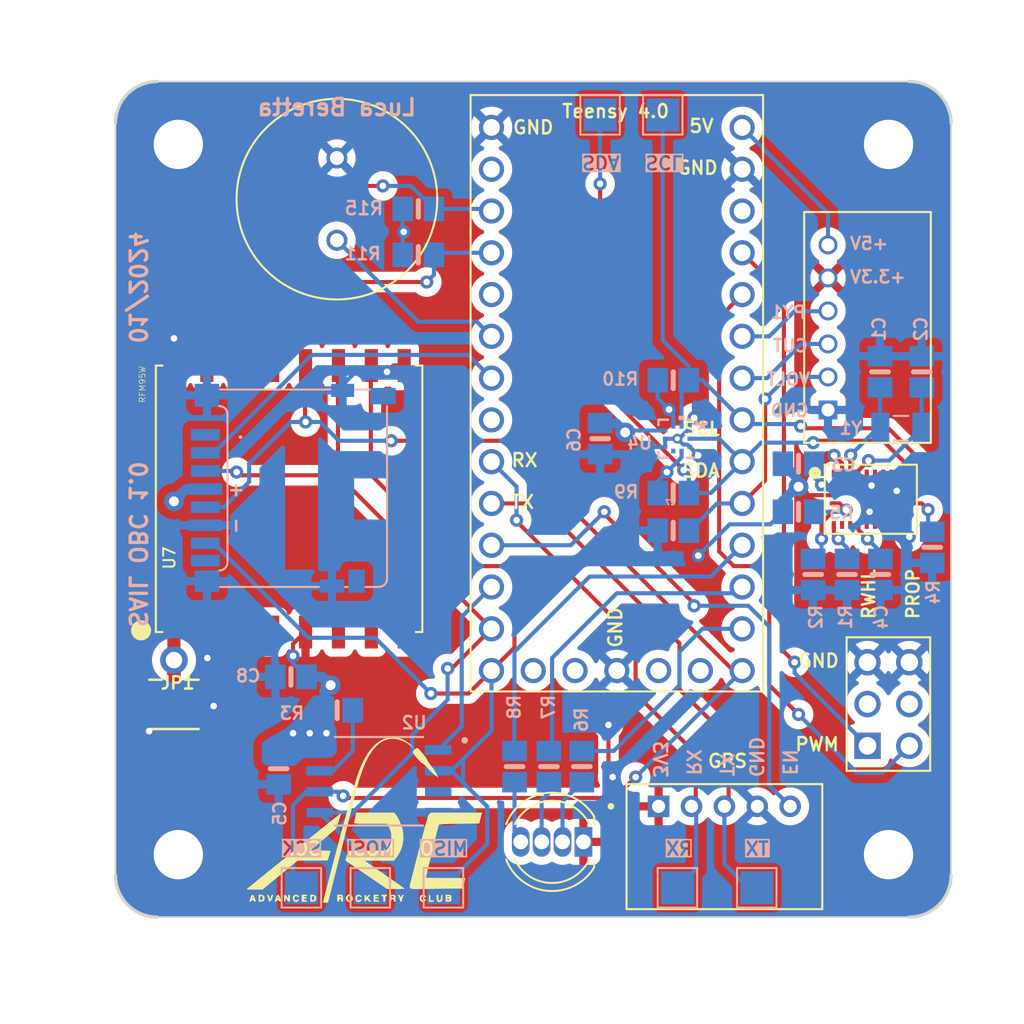
<source format=kicad_pcb>
(kicad_pcb (version 20221018) (generator pcbnew)
  (layers (0 "F.Cu" signal) (31 "B.Cu" signal) (34 "B.Paste" user) (35 "F.Paste" user) (36 "B.SilkS" user "B.Silkscreen") (37 "F.SilkS" user "F.Silkscreen") (38 "B.Mask" user) (39 "F.Mask" user) (44 "Edge.Cuts" user))
  (net 0 "")
  (net 1 "/BUZZER")
  (net 2 "Net-(U3-XIN32)")
  (net 3 "Net-(U3-XOUT32)")
  (net 4 "+3.3V")
  (net 5 "Net-(U3-CAP)")
  (net 6 "/SDA")
  (net 7 "Net-(U7-ANT)")
  (net 8 "/SCL")
  (net 9 "/MISO")
  (net 10 "/MOSI")
  (net 11 "/SCK")
  (net 12 "/PY1")
  (net 13 "/LEDRED")
  (net 14 "/LEDBLU")
  (net 15 "/LEDGRN")
  (net 16 "/VOLTAGE")
  (net 18 "/FLASH-CS")
  (net 19 "/RADIO_RST")
  (net 20 "/RADIO-CS")
  (net 21 "/TX")
  (net 22 "/RX")
  (net 24 "Net-(D1-RED)")
  (net 25 "Net-(D1-BLU)")
  (net 26 "Net-(D1-GRN)")
  (net 27 "Net-(U3-PS0)")
  (net 28 "Net-(U3-PS1)")
  (net 29 "Net-(U2-HOLD(IO3))")
  (net 30 "Net-(U3-COM3{slash}I2C_ADDR)")
  (net 31 "Net-(U3-NBOOT_LOAD_PIN)")
  (net 33 "/RWHEEL_IN")
  (net 34 "/PROP_IN")
  (net 46 "/SD-CS")
  (net 54 "GND")
  (net 55 "+5V")
  (net 56 "/PYROCUT")
  (net 62 "/GPS_EN")
  (footprint "CustomFootprintLib:RFMHCW_SMT" (layer "F.Cu") (at 88.407 56.995 -90)
    (fp_text reference "U7")
    (fp_text value "RFM95W")
  )
  (footprint "CustomFootprintLib:JST_S5B-PH-K-S_LF__SN_" (layer "F.Cu") (at 114.872 75.692)
    (fp_text reference "J5" hide)
    (fp_text value "S5B-PH-K-S_LF__SN_")
  )
  (footprint "CustomFootprintLib:MODULE_DEV-15583" (layer "F.Cu") (at 108.332 50.928274)
    (fp_text reference "U5" hide)
    (fp_text value "DEV-15583" hide)
  )
  (footprint "CustomFootprintLib:1X01_ROUND" (layer "F.Cu") (at 81.407 66.802 180)
    (fp_text reference "JP1")
    (fp_text value "HEADER-1X1ROUND")
  )
  (footprint "MountingHole:MountingHole_3mm_Pad" (layer "F.Cu") (at 81.672 35.449274)
    (fp_text reference "H1" hide)
    (fp_text value "MountingHole_Pad")
  )
  (footprint "CustomFootprintLib:TE_440055-6_6POS_2MM" (layer "F.Cu") (at 121.172 51.593274 90)
    (fp_text reference "J1" hide)
    (fp_text value "440055-6")
  )
  (footprint "CustomFootprintLib:SULLINS_PPPC032LFBN-RC_2x3_header" (layer "F.Cu") (at 124.842 69.474274 -90)
    (fp_text reference "J4" hide)
    (fp_text value "PH2RA-06-UA" hide)
  )
  (footprint "CustomFootprintLib:LED_D5.0mm-4_RGB" (layer "F.Cu") (at 106.3 77.852274 180)
    (fp_text reference "D1" hide)
    (fp_text value "TRI-COLOR LED" hide)
  )
  (footprint "MountingHole:MountingHole_3mm_Pad" (layer "F.Cu") (at 124.852 78.629274)
    (fp_text reference "H4" hide)
    (fp_text value "MountingHole_Pad")
  )
  (footprint "MountingHole:MountingHole_3mm_Pad" (layer "F.Cu") (at 81.672 78.629274)
    (fp_text reference "H3" hide)
    (fp_text value "MountingHole_Pad")
  )
  (footprint "CustomFootprintLib:BUZZER_XDCR_PS1240P02BT" (layer "F.Cu") (at 91.314 38.776274 90)
    (fp_text reference "BZ1" hide)
    (fp_text value "PS1240P02BT" hide)
  )
  (footprint "CustomFootprintLib:CONN1_UFL-R_HIR" (layer "F.Cu") (at 81.407 69.088 180)
    (fp_text reference "J3" hide)
    (fp_text value "U.FL-R-SMT-1_10_" hide)
  )
  (footprint "CustomFootprintLib:BNO055_SMT" (layer "F.Cu") (at 123.77375 57.024274)
    (fp_text reference "U3" hide)
    (fp_text value "BNO055_SMT")
  )
  (footprint "MountingHole:MountingHole_3mm_Pad" (layer "F.Cu") (at 124.852 35.449274)
    (fp_text reference "H2" hide)
    (fp_text value "MountingHole_Pad" hide)
  )
  (footprint "Graphics:ARC_logo_black_15mm" (layer "F.Cu") (at 92.838 77.090274)
    (fp_text reference "G***" hide)
    (fp_text value "LOGO" hide)
  )
  (footprint "CustomFootprintLib:0805-NO-Resistor" (layer "B.Cu") (at 111.762 56.644548 180)
    (fp_text reference "R9")
    (fp_text value "10k" hide)
  )
  (footprint "CustomFootprintLib:0805-NO-Resistor" (layer "B.Cu") (at 96.266 42.164)
    (fp_text reference "R11")
    (fp_text value "10k")
  )
  (footprint "CustomFootprintLib:0805-NO (Capacitor)" (layer "B.Cu") (at 88.519 67.818)
    (fp_text reference "C8")
    (fp_text value "10uF")
  )
  (footprint "CustomFootprintLib:W25Q64JVSSIQ" (layer "B.Cu") (at 93.869 74.168 180)
    (fp_text reference "U2")
    (fp_text value "W25Q64JVSSIQ" hide)
  )
  (footprint "CustomFootprintLib:0805-NO-Resistor" (layer "B.Cu") (at 127.508 59.944 90)
    (fp_text reference "R4")
    (fp_text value "10k" hide)
  )
  (footprint "CustomFootprintLib:MICROSD-HRS_DM3D" (layer "B.Cu") (at 94.362 55.754274 90)
    (fp_text reference "U1" hide)
    (fp_text value "MICROSD-HRS_DM3D" hide)
  )
  (footprint "CustomFootprintLib:0805-NO (Capacitor)" (layer "B.Cu") (at 87.773 73.406 -90)
    (fp_text reference "C5")
    (fp_text value "22pF" hide)
  )
  (footprint "CustomFootprintLib:0805-NO-Resistor" (layer "B.Cu") (at 102.114 73.276548 -90)
    (fp_text reference "R8")
    (fp_text value "1")
  )
  (footprint "TestPoint:TestPoint_Pad_2.0x2.0mm" (layer "B.Cu") (at 116.84 80.645 -90)
    (fp_text reference "TP4" hide)
    (fp_text value "TestPoint")
  )
  (footprint "CustomFootprintLib:LGA10_BMP390_BOS" (layer "B.Cu") (at 112.016 53.342548 180)
    (fp_text reference "U4")
    (fp_text value "BMP390" hide)
  )
  (footprint "TestPoint:TestPoint_Pad_2.0x2.0mm" (layer "B.Cu") (at 93.345 80.645 180)
    (fp_text reference "TP5" hide)
    (fp_text value "TestPoint")
  )
  (footprint "TestPoint:TestPoint_Pad_2.0x2.0mm" (layer "B.Cu") (at 107.315 33.655 180)
    (fp_text reference "TP1" hide)
    (fp_text value "TestPoint")
  )
  (footprint "CustomFootprintLib:0805-NO-Resistor" (layer "B.Cu") (at 91.329 69.85 180)
    (fp_text reference "R3")
    (fp_text value "470" hide)
  )
  (footprint "CustomFootprintLib:0805-NO-Resistor" (layer "B.Cu") (at 120.269 61.595 90)
    (fp_text reference "R2")
    (fp_text value "10k" hide)
  )
  (footprint "CustomFootprintLib:0805-NO-Resistor" (layer "B.Cu") (at 106.202 73.276548 -90)
    (fp_text reference "R6")
    (fp_text value "40.2" hide)
  )
  (footprint "CustomFootprintLib:0805-NO-Resistor" (layer "B.Cu") (at 122.3245 61.595 90)
    (fp_text reference "R1")
    (fp_text value "10k" hide)
  )
  (footprint "CustomFootprintLib:0805-NO-Resistor" (layer "B.Cu") (at 111.762 49.786548 180)
    (fp_text reference "R10")
    (fp_text value "10k" hide)
  )
  (footprint "CustomFootprintLib:0805-NO-Resistor" (layer "B.Cu") (at 104.202 73.276548 -90)
    (fp_text reference "R7")
    (fp_text value "1" hide)
  )
  (footprint "TestPoint:TestPoint_Pad_2.0x2.0mm" (layer "B.Cu") (at 89.154 80.645 180)
    (fp_text reference "TP7" hide)
    (fp_text value "TestPoint")
  )
  (footprint "CustomFootprintLib:0805-NO-Resistor" (layer "B.Cu") (at 96.266 39.37)
    (fp_text reference "R12" hide)
    (fp_text value "10k")
  )
  (footprint "CustomFootprintLib:0805-NO (Capacitor)" (layer "B.Cu") (at 124.334 49.276 -90)
    (fp_text reference "C1")
    (fp_text value "22pF")
  )
  (footprint "TestPoint:TestPoint_Pad_2.0x2.0mm" (layer "B.Cu") (at 111.125 33.655 180)
    (fp_text reference "TP2" hide)
    (fp_text value "TestPoint")
  )
  (footprint "TestPoint:TestPoint_Pad_2.0x2.0mm" (layer "B.Cu") (at 97.79 80.645 180)
    (fp_text reference "TP6" hide)
    (fp_text value "TestPoint")
  )
  (footprint "CustomFootprintLib:0805-NO-Resistor" (layer "B.Cu") (at 119.38 57.785)
    (fp_text reference "R5")
    (fp_text value "10k")
  )
  (footprint "CustomFootprintLib:CRYSTAL_ECS-.327-12.5-34B-TR" (layer "B.Cu") (at 125.604 52.706274 180)
    (fp_text reference "Y1")
    (fp_text value "CRYSTAL_32.768kHz" hide)
  )
  (footprint "CustomFootprintLib:0805-NO (Capacitor)" (layer "B.Cu") (at 126.874 49.276 -90)
    (fp_text reference "C2")
    (fp_text value "22pF" hide)
  )
  (footprint "CustomFootprintLib:0805-NO (Capacitor)" (layer "B.Cu") (at 111.76 58.928)
    (fp_text reference "C7")
    (fp_text value "10nF")
  )
  (footprint "TestPoint:TestPoint_Pad_2.0x2.0mm" (layer "B.Cu") (at 112.014 80.645 -90)
    (fp_text reference "TP3" hide)
    (fp_text value "TestPoint")
  )
  (footprint "CustomFootprintLib:0805-NO (Capacitor)" (layer "B.Cu") (at 107.315 53.34 -90)
    (fp_text reference "C6")
    (fp_text value "100nF" hide)
  )
  (footprint "CustomFootprintLib:0805-NO (Capacitor)" (layer "B.Cu") (at 124.3565 61.595 90)
    (fp_text reference "C4")
    (fp_text value "1uF" hide)
  )
  (footprint "CustomFootprintLib:0805-NO (Capacitor)" (layer "B.Cu") (at 119.38 54.864 180)
    (fp_text reference "C3")
    (fp_text value "0.1uF" hide)
  )
  (gr_arc (start 80.392 82.424274) (mid 78.595949 81.680325) (end 77.852 79.884274) (stroke (width 0.2)) (layer "Edge.Cuts"))
  (gr_line (start 128.652 79.884274) (end 128.652 34.164274) (stroke (width 0.1)) (layer "Edge.Cuts"))
  (gr_line (start 80.392 82.424274) (end 126.112 82.424274) (stroke (width 0.1)) (layer "Edge.Cuts"))
  (gr_arc (start 126.112 31.624274) (mid 127.908051 32.368223) (end 128.652 34.164274) (stroke (width 0.2)) (layer "Edge.Cuts"))
  (gr_line (start 126.112 31.624274) (end 80.392 31.624274) (stroke (width 0.1)) (layer "Edge.Cuts"))
  (gr_arc (start 77.852 34.164274) (mid 78.595949 32.368223) (end 80.392 31.624274) (stroke (width 0.2)) (layer "Edge.Cuts"))
  (gr_line (start 77.852 34.164274) (end 77.852 79.884274) (stroke (width 0.1)) (layer "Edge.Cuts"))
  (gr_arc (start 128.652 79.884274) (mid 127.908051 81.680325) (end 126.112 82.424274) (stroke (width 0.2)) (layer "Edge.Cuts"))
  (gr_text "SCL" (at 112.395 36.068 180) (layer "B.SilkS" knockout) (effects (font (size 0.8 0.8) (thickness 0.15) bold) (justify right bottom mirror)))
  (gr_text "EN" (at 118.364 72.136 270) (layer "B.SilkS") (effects (font (size 0.8 0.8) (thickness 0.15) bold) (justify right bottom mirror)))
  (gr_text "MISO" (at 96.266 78.74) (layer "B.SilkS" knockout) (effects (font (size 0.8 0.8) (thickness 0.15) bold) (justify right bottom mirror)))
  (gr_text "RX" (at 111.252 78.74) (layer "B.SilkS" knockout) (effects (font (size 0.8 0.8) (thickness 0.15) bold) (justify right bottom mirror)))
  (gr_text "SDA" (at 108.585 36.068 180) (layer "B.SilkS" knockout) (effects (font (size 0.8 0.8) (thickness 0.15) bold) (justify right bottom mirror)))
  (gr_text "MOSI" (at 91.821 78.74) (layer "B.SilkS" knockout) (effects (font (size 0.8 0.8) (thickness 0.15) bold) (justify right bottom mirror)))
  (gr_text "TX" (at 116.078 78.74) (layer "B.SilkS" knockout) (effects (font (size 0.8 0.8) (thickness 0.15) bold) (justify right bottom mirror)))
  (gr_text "+3.3V" (at 122.428 43.942) (layer "B.SilkS") (effects (font (size 0.75 0.75) (thickness 0.15) bold) (justify right bottom mirror)))
  (gr_text "RX" (at 112.522 72.136 -90) (layer "B.SilkS") (effects (font (size 0.8 0.8) (thickness 0.15) bold) (justify right bottom mirror)))
  (gr_text "CUT" (at 117.729 48.133) (layer "B.SilkS") (effects (font (size 0.75 0.75) (thickness 0.15) bold) (justify right bottom mirror)))
  (gr_text "TX" (at 114.522 72.39 -90) (layer "B.SilkS") (effects (font (size 0.8 0.8) (thickness 0.15) bold) (justify right bottom mirror)))
  (gr_text "GND" (at 117.602 52.07) (layer "B.SilkS") (effects (font (size 0.75 0.75) (thickness 0.15) bold) (justify right bottom mirror)))
  (gr_text "GND" (at 116.332 71.374 -90) (layer "B.SilkS") (effects (font (size 0.8 0.8) (thickness 0.15) bold) (justify right bottom mirror)))
  (gr_text "SCK" (at 87.884 78.74) (layer "B.SilkS" knockout) (effects (font (size 0.8 0.8) (thickness 0.15) bold) (justify right bottom mirror)))
  (gr_text "R15" (at 91.694 38.862) (layer "B.SilkS") (effects (font (size 0.8 0.8) (thickness 0.15) bold) (justify right top mirror)))
  (gr_text "3V3" (at 110.49 71.628 -90) (layer "B.SilkS") (effects (font (size 0.8 0.8) (thickness 0.15) bold) (justify right bottom mirror)))
  (gr_text "01/2024" (at 78.613 40.64 270) (layer "B.SilkS") (effects (font (size 1 1) (thickness 0.2) bold) (justify right bottom mirror)))
  (gr_text "VOLT" (at 117.348 50.165) (layer "B.SilkS") (effects (font (size 0.75 0.75) (thickness 0.15) bold) (justify right bottom mirror)))
  (gr_text "Luca Beretta" (at 86.361 33.783274) (layer "B.SilkS") (effects (font (size 1 1) (thickness 0.2) bold) (justify right bottom mirror)))
  (gr_text "+5V" (at 122.428 41.91) (layer "B.SilkS") (effects (font (size 0.75 0.75) (thickness 0.15) bold) (justify right bottom mirror)))
  (gr_text "SAIL OBC 1.0" (at 78.613 54.61 270) (layer "B.SilkS") (effects (font (size 1 1) (thickness 0.2) bold) (justify right bottom mirror)))
  (gr_text "PY1" (at 117.602 46.101) (layer "B.SilkS") (effects (font (size 0.75 0.75) (thickness 0.15) bold) (justify right bottom mirror)))
  (gr_text "Teensy 4.0" (at 111.6 33.9) (layer "F.SilkS") (effects (font (size 0.8 0.8) (thickness 0.15) bold) (justify right bottom)))
  (gr_text "RX" (at 103.6 55.118) (layer "F.SilkS") (effects (font (size 0.8 0.8) (thickness 0.15) bold) (justify right bottom)))
  (gr_text "RWHL" (at 124.08 64.390274 90) (layer "F.SilkS") (effects (font (size 0.75 0.75) (thickness 0.15) bold) (justify left bottom)))
  (gr_text "SDA" (at 114.682 55.754274) (layer "F.SilkS") (effects (font (size 0.8 0.8) (thickness 0.15) bold) (justify right bottom)))
  (gr_text "GND" (at 121.92 67.31) (layer "F.SilkS") (effects (font (size 0.8 0.8) (thickness 0.15) bold) (justify right bottom)))
  (gr_text "SCL" (at 114.682 53.214274) (layer "F.SilkS") (effects (font (size 0.8 0.8) (thickness 0.15) bold) (justify right bottom)))
  (gr_text "PROP" (at 126.7724 64.390274 90) (layer "F.SilkS") (effects (font (size 0.75 0.75)) (justify left bottom)))
  (gr_text "5V" (at 114.3 34.798) (layer "F.SilkS") (effects (font (size 0.8 0.8) (thickness 0.15) bold) (justify right bottom)))
  (gr_text "PWM" (at 121.92 72.39) (layer "F.SilkS") (effects (font (size 0.8 0.8) (thickness 0.15) bold) (justify right bottom)))
  (gr_text "TX" (at 103.378 57.658) (layer "F.SilkS") (effects (font (size 0.8 0.8) (thickness 0.15) bold) (justify right bottom)))
  (gr_text "GPS" (at 115.062 73.406) (layer "F.SilkS") (effects (font (size 0.8 0.8) (thickness 0.15) bold) (justify bottom)))
  (gr_text "GND" (at 108.712 63.5 90) (layer "F.SilkS") (effects (font (size 0.8 0.8) (thickness 0.15) bold) (justify right bottom)))
  (gr_text "GND" (at 114.554 37.338) (layer "F.SilkS") (effects (font (size 0.8 0.8) (thickness 0.15) bold) (justify right bottom)))
  (segment (start 99.821726 46.228) (end 100.712 47.118274) (width 0.25) (layer "B.Cu") (net 1))
  (segment (start 96.265726 46.228) (end 99.821726 46.228) (width 0.25) (layer "B.Cu") (net 1))
  (segment (start 91.314 41.276274) (end 96.265726 46.228) (width 0.25) (layer "B.Cu") (net 1))
  (segment (start 122.52375 55.461774) (end 122.52375 54.365757) (width 0.25) (layer "F.Cu") (net 2))
  (segment (start 122.52375 54.365757) (end 122.555 54.334507) (width 0.25) (layer "F.Cu") (net 2))
  (via (at 122.555 54.334507) (size 0.8) (drill 0.4) (layers "F.Cu" "B.Cu") (net 2))
  (segment (start 124.354 52.706274) (end 124.183233 52.706274) (width 0.25) (layer "B.Cu") (net 2))
  (segment (start 124.334 50.226) (end 124.334 52.686274) (width 0.25) (layer "B.Cu") (net 2))
  (segment (start 124.183233 52.706274) (end 122.555 54.334507) (width 0.25) (layer "B.Cu") (net 2))
  (segment (start 124.334 52.686274) (end 124.354 52.706274) (width 0.25) (layer "B.Cu") (net 2))
  (segment (start 123.02375 55.281) (end 123.63288 54.67187) (width 0.25) (layer "F.Cu") (net 3))
  (segment (start 123.02375 55.461774) (end 123.02375 55.281) (width 0.25) (layer "F.Cu") (net 3))
  (via (at 123.63288 54.67187) (size 0.8) (drill 0.4) (layers "F.Cu" "B.Cu") (net 3))
  (segment (start 126.854 52.706274) (end 124.888404 54.67187) (width 0.25) (layer "B.Cu") (net 3))
  (segment (start 124.888404 54.67187) (end 123.63288 54.67187) (width 0.25) (layer "B.Cu") (net 3))
  (segment (start 126.854 50.246) (end 126.874 50.226) (width 0.25) (layer "B.Cu") (net 3))
  (segment (start 126.874 52.686274) (end 126.854 52.706274) (width 0.25) (layer "B.Cu") (net 3))
  (segment (start 126.854 52.706274) (end 126.854 50.246) (width 0.25) (layer "B.Cu") (net 3))
  (segment (start 122.02375 55.461774) (end 122.02375 54.84075) (width 0.25) (layer "F.Cu") (net 4))
  (segment (start 119.757781 56.774274) (end 119.266 56.282493) (width 0.25) (layer "F.Cu") (net 4))
  (segment (start 121.46125 56.774274) (end 119.757781 56.774274) (width 0.25) (layer "F.Cu") (net 4))
  (segment (start 88.646 65.815874) (end 89.378 65.083874) (width 0.25) (layer "F.Cu") (net 4))
  (segment (start 122.02375 54.84075) (end 121.539 54.356) (width 0.25) (layer "F.Cu") (net 4))
  (segment (start 88.646 66.548) (end 88.646 65.815874) (width 0.25) (layer "F.Cu") (net 4))
  (via (at 90.932 68.326) (size 1.2) (drill 0.6) (layers "F.Cu" "B.Cu") (net 4))
  (via (at 113.284 60.452) (size 0.8) (drill 0.4) (layers "F.Cu" "B.Cu") (net 4))
  (via (at 111.373091 55.374548) (size 0.8) (drill 0.4) (layers "F.Cu" "B.Cu") (net 4))
  (via (at 121.539 54.356) (size 0.8) (drill 0.4) (layers "F.Cu" "B.Cu") (net 4))
  (via (at 88.646 66.548) (size 0.8) (drill 0.4) (layers "F.Cu" "B.Cu") (net 4))
  (via (at 95.377 40.767) (size 0.8) (drill 0.4) (layers "F.Cu" "B.Cu") (net 4))
  (via (at 108.839 52.959) (size 1.2) (drill 0.6) (layers "F.Cu" "B.Cu") (net 4))
  (via (at 90.678 71.247) (size 0.8) (drill 0.4) (layers "F.Cu" "B.Cu") (net 4))
  (via (at 88.646 71.247) (size 0.8) (drill 0.4) (layers "F.Cu" "B.Cu") (net 4))
  (via (at 81.407 57.15) (size 1.2) (drill 0.6) (layers "F.Cu" "B.Cu") (net 4))
  (via (at 89.662 71.247) (size 0.8) (drill 0.4) (layers "F.Cu" "B.Cu") (net 4))
  (via (at 111.506 51.562) (size 0.8) (drill 0.4) (layers "F.Cu" "B.Cu") (net 4))
  (via (at 119.38 56.261) (size 1.2) (drill 0.6) (layers "F.Cu" "B.Cu") (net 4))
  (segment (start 95.316 40.706) (end 95.377 40.767) (width 0.25) (layer "B.Cu") (net 4))
  (segment (start 112.266063 54.481576) (end 111.373091 55.374548) (width 0.25) (layer "B.Cu") (net 4))
  (segment (start 90.551 69.678) (end 90.379 69.85) (width 0.6) (layer "B.Cu") (net 4))
  (segment (start 108.272548 52.392548) (end 108.839 52.959) (width 0.6) (layer "B.Cu") (net 4))
  (segment (start 117.668798 58.546202) (end 115.189798 58.546202) (width 0.25) (layer "B.Cu") (net 4))
  (segment (start 88.646 66.548) (end 88.646 66.995) (width 0.25) (layer "B.Cu") (net 4))
  (segment (start 111.765937 52.593248) (end 111.765937 51.821937) (width 0.25) (layer "B.Cu") (net 4))
  (segment (start 90.551 68.707) (end 90.551 69.678) (width 0.6) (layer "B.Cu") (net 4))
  (segment (start 110.812 55.935639) (end 111.373091 55.374548) (width 0.25) (layer "B.Cu") (net 4))
  (segment (start 82.152726 56.404274) (end 83.312 56.404274) (width 0.6) (layer "B.Cu") (net 4))
  (segment (start 118.43 57.118493) (end 119.266 56.282493) (width 0.6) (layer "B.Cu") (net 4))
  (segment (start 115.189798 58.546202) (end 113.284 60.452) (width 0.25) (layer "B.Cu") (net 4))
  (segment (start 110.812 50.868) (end 111.506 51.562) (width 0.25) (layer "B.Cu") (net 4))
  (segment (start 112.266063 54.091848) (end 112.266063 54.481576) (width 0.25) (layer "B.Cu") (net 4))
  (segment (start 95.316 40.828) (end 95.377 40.767) (width 0.25) (layer "B.Cu") (net 4))
  (segment (start 89.469 67.818) (end 90.424 67.818) (width 0.6) (layer "B.Cu") (net 4))
  (segment (start 90.424 67.818) (end 90.932 68.326) (width 0.6) (layer "B.Cu") (net 4))
  (segment (start 108.955578 52.842422) (end 108.839 52.959) (width 0.25) (layer "B.Cu") (net 4))
  (segment (start 119.266 55.7) (end 119.266 56.282493) (width 0.6) (layer "B.Cu") (net 4))
  (segment (start 111.765937 51.821937) (end 111.506 51.562) (width 0.25) (layer "B.Cu") (net 4))
  (segment (start 118.43 57.785) (end 117.668798 58.546202) (width 0.25) (layer "B.Cu") (net 4))
  (segment (start 90.932 68.326) (end 90.551 68.707) (width 0.6) (layer "B.Cu") (net 4))
  (segment (start 118.43 54.864) (end 119.266 55.7) (width 0.6) (layer "B.Cu") (net 4))
  (segment (start 95.316 42.164) (end 95.316 40.828) (width 0.25) (layer "B.Cu") (net 4))
  (segment (start 111.2667 52.842422) (end 108.955578 52.842422) (width 0.25) (layer "B.Cu") (net 4))
  (segment (start 107.698 52.392548) (end 108.272548 52.392548) (width 0.6) (layer "B.Cu") (net 4))
  (segment (start 110.812 56.644548) (end 110.812 55.935639) (width 0.25) (layer "B.Cu") (net 4))
  (segment (start 88.646 66.995) (end 89.469 67.818) (width 0.25) (layer "B.Cu") (net 4))
  (segment (start 118.43 57.785) (end 118.43 57.118493) (width 0.6) (layer "B.Cu") (net 4))
  (segment (start 95.316 39.37) (end 95.316 40.706) (width 0.25) (layer "B.Cu") (net 4))
  (segment (start 81.407 57.15) (end 82.152726 56.404274) (width 0.6) (layer "B.Cu") (net 4))
  (segment (start 110.812 49.786548) (end 110.812 50.868) (width 0.25) (layer "B.Cu") (net 4))
  (segment (start 123.02375 58.586774) (end 123.02375 58.88875) (width 0.25) (layer "F.Cu") (net 5))
  (segment (start 123.02375 58.88875) (end 123.571 59.436) (width 0.25) (layer "F.Cu") (net 5))
  (via (at 123.571 59.436) (size 0.8) (drill 0.4) (layers "F.Cu" "B.Cu") (net 5))
  (segment (start 124.3565 60.2215) (end 123.571 59.436) (width 0.25) (layer "B.Cu") (net 5))
  (segment (start 124.3565 60.645) (end 124.3565 60.2215) (width 0.25) (layer "B.Cu") (net 5))
  (segment (start 112.395 55.245) (end 107.315 50.165) (width 0.25) (layer "F.Cu") (net 6))
  (segment (start 126.02375 55.461774) (end 126.02375 54.974274) (width 0.25) (layer "F.Cu") (net 6))
  (segment (start 120.384103 53.467) (end 120.269 53.582103) (width 0.25) (layer "F.Cu") (net 6))
  (segment (start 124.516476 53.467) (end 120.384103 53.467) (width 0.25) (layer "F.Cu") (net 6))
  (segment (start 126.02375 54.974274) (end 124.516476 53.467) (width 0.25) (layer "F.Cu") (net 6))
  (segment (start 107.315 50.165) (end 107.315 37.846) (width 0.25) (layer "F.Cu") (net 6))
  (via (at 112.395 55.245) (size 0.8) (drill 0.4) (layers "F.Cu" "B.Cu") (net 6))
  (via (at 120.269 53.582103) (size 0.8) (drill 0.4) (layers "F.Cu" "B.Cu") (net 6))
  (via (at 107.315 37.846) (size 0.8) (drill 0.4) (layers "F.Cu" "B.Cu") (net 6))
  (segment (start 115.952 54.738274) (end 117.108171 53.582103) (width 0.25) (layer "B.Cu") (net 6))
  (segment (start 115.698274 54.484274) (end 115.824 54.61) (width 0.25) (layer "B.Cu") (net 6))
  (segment (start 107.315 33.655) (end 107.315 36.83) (width 0.25) (layer "B.Cu") (net 6))
  (segment (start 117.108171 53.582103) (end 120.269 53.582103) (width 0.25) (layer "B.Cu") (net 6))
  (segment (start 112.712 56.644548) (end 114.045726 56.644548) (width 0.25) (layer "B.Cu") (net 6))
  (segment (start 112.712 56.644548) (end 112.712 55.562) (width 0.25) (layer "B.Cu") (net 6))
  (segment (start 114.045726 56.644548) (end 115.952 54.738274) (width 0.25) (layer "B.Cu") (net 6))
  (segment (start 112.712 55.562) (end 112.395 55.245) (width 0.25) (layer "B.Cu") (net 6))
  (segment (start 114.556274 53.342548) (end 115.952 54.738274) (width 0.25) (layer "B.Cu") (net 6))
  (segment (start 107.315 36.83) (end 107.315 37.846) (width 0.25) (layer "B.Cu") (net 6))
  (segment (start 115.444 55.246274) (end 115.952 55.246274) (width 0.25) (layer "B.Cu") (net 6))
  (segment (start 112.7653 53.342548) (end 114.556274 53.342548) (width 0.25) (layer "B.Cu") (net 6))
  (segment (start 119.634 52.705) (end 119.507 52.578) (width 0.25) (layer "F.Cu") (net 8))
  (segment (start 126.746 55.614524) (end 126.746 54.61) (width 0.25) (layer "F.Cu") (net 8))
  (segment (start 124.841 52.705) (end 119.634 52.705) (width 0.25) (layer "F.Cu") (net 8))
  (segment (start 126.08625 56.274274) (end 126.746 55.614524) (width 0.25) (layer "F.Cu") (net 8))
  (segment (start 126.746 54.61) (end 124.841 52.705) (width 0.25) (layer "F.Cu") (net 8))
  (via (at 119.507 52.578) (size 0.8) (drill 0.4) (layers "F.Cu" "B.Cu") (net 8))
  (segment (start 112.712 48.958) (end 111.125 47.371) (width 0.25) (layer "B.Cu") (net 8))
  (segment (start 115.952 52.198274) (end 116.204726 52.451) (width 0.25) (layer "B.Cu") (net 8))
  (segment (start 113.540274 49.786548) (end 115.952 52.198274) (width 0.25) (layer "B.Cu") (net 8))
  (segment (start 119.38 52.451) (end 119.507 52.578) (width 0.25) (layer "B.Cu") (net 8))
  (segment (start 112.712 49.786548) (end 113.540274 49.786548) (width 0.25) (layer "B.Cu") (net 8))
  (segment (start 112.712 49.786548) (end 112.712 48.958) (width 0.25) (layer "B.Cu") (net 8))
  (segment (start 116.204726 52.451) (end 119.38 52.451) (width 0.25) (layer "B.Cu") (net 8))
  (segment (start 112.266063 52.593248) (end 112.266063 50.232485) (width 0.25) (layer "B.Cu") (net 8))
  (segment (start 111.125 47.371) (end 111.125 33.655) (width 0.25) (layer "B.Cu") (net 8))
  (segment (start 112.266063 50.232485) (end 112.712 49.786548) (width 0.25) (layer "B.Cu") (net 8))
  (segment (start 100.712 67.438274) (end 102.108 66.042274) (width 0.25) (layer "F.Cu") (net 9))
  (segment (start 102.108 66.042274) (end 102.108 61.722) (width 0.25) (layer "F.Cu") (net 9))
  (segment (start 102.108 61.722) (end 101.473 61.087) (width 0.25) (layer "F.Cu") (net 9))
  (segment (start 99.316274 68.834) (end 100.712 67.438274) (width 0.25) (layer "F.Cu") (net 9))
  (segment (start 101.473 61.087) (end 98.933 61.087) (width 0.25) (layer "F.Cu") (net 9))
  (segment (start 93.378 55.532) (end 93.378 48.883874) (width 0.25) (layer "F.Cu") (net 9))
  (segment (start 98.933 61.087) (end 93.378 55.532) (width 0.25) (layer "F.Cu") (net 9))
  (segment (start 97.028 68.834) (end 99.316274 68.834) (width 0.25) (layer "F.Cu") (net 9))
  (via (at 97.028 68.834) (size 0.8) (drill 0.4) (layers "F.Cu" "B.Cu") (net 9))
  (segment (start 83.312 59.704274) (end 83.837 59.704274) (width 0.25) (layer "B.Cu") (net 9))
  (segment (start 98.986999 74.241001) (end 98.278999 73.533) (width 0.25) (layer "B.Cu") (net 9))
  (segment (start 98.278999 73.533) (end 97.474 73.533) (width 0.25) (layer "B.Cu") (net 9))
  (segment (start 89.578726 65.446) (end 93.64 65.446) (width 0.25) (layer "B.Cu") (net 9))
  (segment (start 98.986999 72.824999) (end 100.712 71.099999) (width 0.25) (layer "B.Cu") (net 9))
  (segment (start 100.457 77.978) (end 100.457 77.343) (width 0.25) (layer "B.Cu") (net 9))
  (segment (start 83.837 59.704274) (end 89.578726 65.446) (width 0.25) (layer "B.Cu") (net 9))
  (segment (start 97.79 80.645) (end 100.457 77.978) (width 0.25) (layer "B.Cu") (net 9))
  (segment (start 98.278999 73.533) (end 98.986999 72.824999) (width 0.25) (layer "B.Cu") (net 9))
  (segment (start 100.457 77.343) (end 100.457 75.711001) (width 0.25) (layer "B.Cu") (net 9))
  (segment (start 100.457 75.711001) (end 98.986999 74.241001) (width 0.25) (layer "B.Cu") (net 9))
  (segment (start 93.64 65.446) (end 97.028 68.834) (width 0.25) (layer "B.Cu") (net 9))
  (segment (start 98.986999 72.824999) (end 98.986999 74.241001) (width 0.25) (layer "B.Cu") (net 9))
  (segment (start 100.712 71.099999) (end 100.712 67.438274) (width 0.25) (layer "B.Cu") (net 9))
  (segment (start 91.378 55.564274) (end 100.712 64.898274) (width 0.25) (layer "F.Cu") (net 10))
  (segment (start 98.300274 67.31) (end 98.044 67.31) (width 0.25) (layer "F.Cu") (net 10))
  (segment (start 91.378 55.564274) (end 85.409274 55.564274) (width 0.25) (layer "F.Cu") (net 10))
  (segment (start 85.409274 55.564274) (end 85.217 55.372) (width 0.25) (layer "F.Cu") (net 10))
  (segment (start 100.712 64.898274) (end 98.300274 67.31) (width 0.25) (layer "F.Cu") (net 10))
  (segment (start 91.378 48.883874) (end 91.378 55.564274) (width 0.25) (layer "F.Cu") (net 10))
  (via (at 85.217 55.372) (size 0.8) (drill 0.4) (layers "F.Cu" "B.Cu") (net 10))
  (via (at 98.044 67.31) (size 0.8) (drill 0.4) (layers "F.Cu" "B.Cu") (net 10))
  (segment (start 93.345 80.645) (end 93.345 79.154) (width 0.25) (layer "B.Cu") (net 10))
  (segment (start 83.312 55.304274) (end 85.149274 55.304274) (width 0.25) (layer "B.Cu") (net 10))
  (segment (start 91.2965 77.1055) (end 90.264 76.073) (width 0.25) (layer "B.Cu") (net 10))
  (segment (start 95.885 71.374) (end 98.044 69.215) (width 0.25) (layer "B.Cu") (net 10))
  (segment (start 98.044 69.215) (end 98.044 67.31) (width 0.25) (layer "B.Cu") (net 10))
  (segment (start 92.273458 76.128542) (end 91.2965 77.1055) (width 0.25) (layer "B.Cu") (net 10))
  (segment (start 92.273458 76.073) (end 95.885 72.461458) (width 0.25) (layer "B.Cu") (net 10))
  (segment (start 95.885 72.461458) (end 95.885 71.374) (width 0.25) (layer "B.Cu") (net 10))
  (segment (start 92.273458 76.073) (end 92.273458 76.128542) (width 0.25) (layer "B.Cu") (net 10))
  (segment (start 90.264 76.073) (end 92.273458 76.073) (width 0.25) (layer "B.Cu") (net 10))
  (segment (start 85.149274 55.304274) (end 85.217 55.372) (width 0.25) (layer "B.Cu") (net 10))
  (segment (start 93.345 79.154) (end 91.2965 77.1055) (width 0.25) (layer "B.Cu") (net 10))
  (segment (start 89.378 48.883874) (end 89.378 52.294) (width 0.25) (layer "F.Cu") (net 11))
  (segment (start 91.821008 75.184008) (end 108.206266 75.184008) (width 0.25) (layer "F.Cu") (net 11))
  (segment (start 108.206266 75.184008) (end 109.475137 73.915137) (width 0.25) (layer "F.Cu") (net 11))
  (segment (start 115.4112 67.438274) (end 101.439926 53.467) (width 0.25) (layer "F.Cu") (net 11))
  (segment (start 89.378 52.294) (end 89.408 52.324) (width 0.25) (layer "F.Cu") (net 11))
  (segment (start 91.694 75.057) (end 91.821008 75.184008) (width 0.25) (layer "F.Cu") (net 11))
  (segment (start 115.952 67.438274) (end 115.4112 67.438274) (width 0.25) (layer "F.Cu") (net 11))
  (segment (start 101.439926 53.467) (end 94.615 53.467) (width 0.25) (layer "F.Cu") (net 11))
  (via (at 89.408 52.324) (size 0.8) (drill 0.4) (layers "F.Cu" "B.Cu") (net 11))
  (via (at 109.475137 73.915137) (size 0.8) (drill 0.4) (layers "F.Cu" "B.Cu") (net 11))
  (via (at 94.615 53.467) (size 0.8) (drill 0.4) (layers "F.Cu" "B.Cu") (net 11))
  (via (at 91.694 75.057) (size 0.8) (drill 0.4) (layers "F.Cu" "B.Cu") (net 11))
  (segment (start 90.264 74.803) (end 91.44 74.803) (width 0.25) (layer "B.Cu") (net 11))
  (segment (start 91.44 74.803) (end 91.694 75.057) (width 0.25) (layer "B.Cu") (net 11))
  (segment (start 94.615 53.467) (end 91.44 53.467) (width 0.25) (layer "B.Cu") (net 11))
  (segment (start 85.979 55.962274) (end 85.979 54.864) (width 0.25) (layer "B.Cu") (net 11))
  (segment (start 89.459001 74.803) (end 90.264 74.803) (width 0.25) (layer "B.Cu") (net 11))
  (segment (start 89.154 80.518) (end 89.154 80.645) (width 0.25) (layer "B.Cu") (net 11))
  (segment (start 91.44 53.467) (end 90.297 52.324) (width 0.25) (layer "B.Cu") (net 11))
  (segment (start 88.519 52.324) (end 89.408 52.324) (width 0.25) (layer "B.Cu") (net 11))
  (segment (start 88.646 80.137) (end 88.646 75.616001) (width 0.25) (layer "B.Cu") (net 11))
  (segment (start 109.729137 73.661137) (end 109.475137 73.915137) (width 0.25) (layer "B.Cu") (net 11))
  (segment (start 115.952 67.438274) (end 109.729137 73.661137) (width 0.25) (layer "B.Cu") (net 11))
  (segment (start 84.437 57.504274) (end 85.979 55.962274) (width 0.25) (layer "B.Cu") (net 11))
  (segment (start 88.646 75.616001) (end 89.459001 74.803) (width 0.25) (layer "B.Cu") (net 11))
  (segment (start 83.312 57.504274) (end 84.437 57.504274) (width 0.25) (layer "B.Cu") (net 11))
  (segment (start 90.297 52.324) (end 89.408 52.324) (width 0.25) (layer "B.Cu") (net 11))
  (segment (start 89.154 80.645) (end 88.646 80.137) (width 0.25) (layer "B.Cu") (net 11))
  (segment (start 85.979 54.864) (end 88.519 52.324) (width 0.25) (layer "B.Cu") (net 11))
  (segment (start 117.600726 47.118274) (end 119.126 45.593) (width 0.25) (layer "B.Cu") (net 12))
  (segment (start 115.952 47.118274) (end 117.600726 47.118274) (width 0.25) (layer "B.Cu") (net 12))
  (segment (start 119.126 45.593) (end 121.152274 45.593) (width 0.25) (layer "B.Cu") (net 12))
  (segment (start 121.152274 45.593) (end 121.172 45.573274) (width 0.25) (layer "B.Cu") (net 12))
  (segment (start 112.141 68.326) (end 112.141 66.294) (width 0.25) (layer "B.Cu") (net 13))
  (segment (start 108.140452 72.326548) (end 112.141 68.326) (width 0.25) (layer "B.Cu") (net 13))
  (segment (start 106.202 72.326548) (end 108.140452 72.326548) (width 0.25) (layer "B.Cu") (net 13))
  (segment (start 112.141 66.294) (end 113.536726 64.898274) (width 0.25) (layer "B.Cu") (net 13))
  (segment (start 113.536726 64.898274) (end 115.952 64.898274) (width 0.25) (layer "B.Cu") (net 13))
  (segment (start 104.202 72.326548) (end 104.394 72.134548) (width 0.25) (layer "B.Cu") (net 14))
  (segment (start 108.331 62.738) (end 115.572274 62.738) (width 0.25) (layer "B.Cu") (net 14))
  (segment (start 104.394 66.675) (end 108.331 62.738) (width 0.25) (layer "B.Cu") (net 14))
  (segment (start 104.394 72.134548) (end 104.394 66.675) (width 0.25) (layer "B.Cu") (net 14))
  (segment (start 115.572274 62.738) (end 115.952 62.358274) (width 0.25) (layer "B.Cu") (net 14))
  (segment (start 114.048274 61.722) (end 115.952 59.818274) (width 0.25) (layer "B.Cu") (net 15))
  (segment (start 106.68 61.722) (end 114.048274 61.722) (width 0.25) (layer "B.Cu") (net 15))
  (segment (start 102.108 66.294) (end 106.68 61.722) (width 0.25) (layer "B.Cu") (net 15))
  (segment (start 102.108 72.320548) (end 102.108 66.294) (width 0.25) (layer "B.Cu") (net 15))
  (segment (start 102.114 72.326548) (end 102.108 72.320548) (width 0.25) (layer "B.Cu") (net 15))
  (segment (start 117.348 55.882274) (end 117.348 50.927) (width 0.25) (layer "F.Cu") (net 16))
  (segment (start 115.952 57.278274) (end 117.348 55.882274) (width 0.25) (layer "F.Cu") (net 16))
  (via (at 117.348 50.927) (size 0.8) (drill 0.4) (layers "F.Cu" "B.Cu") (net 16))
  (segment (start 112.71 58.928) (end 112.776 58.928) (width 0.25) (layer "B.Cu") (net 16))
  (segment (start 121.172 49.586274) (end 118.688726 49.586274) (width 0.25) (layer "B.Cu") (net 16))
  (segment (start 112.776 58.928) (end 114.425726 57.278274) (width 0.25) (layer "B.Cu") (net 16))
  (segment (start 114.425726 57.278274) (end 115.952 57.278274) (width 0.25) (layer "B.Cu") (net 16))
  (segment (start 118.688726 49.586274) (end 117.348 50.927) (width 0.25) (layer "B.Cu") (net 16))
  (segment (start 98.902 70.835) (end 98.902 64.168274) (width 0.25) (layer "B.Cu") (net 18))
  (segment (start 98.902 64.168274) (end 100.712 62.358274) (width 0.25) (layer "B.Cu") (net 18))
  (segment (start 97.474 72.263) (end 98.902 70.835) (width 0.25) (layer "B.Cu") (net 18))
  (segment (start 92.075 37.973) (end 94.107004 37.973) (width 0.25) (layer "F.Cu") (net 19))
  (segment (start 85.378 48.883874) (end 85.378 44.67) (width 0.25) (layer "F.Cu") (net 19))
  (segment (start 85.378 44.67) (end 92.075 37.973) (width 0.25) (layer "F.Cu") (net 19))
  (via (at 94.107004 37.973) (size 0.8) (drill 0.4) (layers "F.Cu" "B.Cu") (net 19))
  (segment (start 97.216 39.37) (end 95.819 37.973) (width 0.25) (layer "B.Cu") (net 19))
  (segment (start 100.583726 39.37) (end 100.712 39.498274) (width 0.25) (layer "B.Cu") (net 19))
  (segment (start 95.819 37.973) (end 94.107004 37.973) (width 0.25) (layer "B.Cu") (net 19))
  (segment (start 97.216 39.37) (end 100.583726 39.37) (width 0.25) (layer "B.Cu") (net 19))
  (segment (start 87.378 47.877) (end 87.378 48.883874) (width 0.25) (layer "F.Cu") (net 20))
  (segment (start 91.44 43.815) (end 87.378 47.877) (width 0.25) (layer "F.Cu") (net 20))
  (segment (start 96.774 43.815) (end 91.44 43.815) (width 0.25) (layer "F.Cu") (net 20))
  (via (at 96.774 43.815) (size 0.8) (drill 0.4) (layers "F.Cu" "B.Cu") (net 20))
  (segment (start 100.712 42.038274) (end 97.341726 42.038274) (width 0.25) (layer "B.Cu") (net 20))
  (segment (start 97.341726 42.038274) (end 97.216 42.164) (width 0.25) (layer "B.Cu") (net 20))
  (segment (start 97.216 43.373) (end 96.774 43.815) (width 0.25) (layer "B.Cu") (net 20))
  (segment (start 97.216 42.164) (end 97.216 43.373) (width 0.25) (layer "B.Cu") (net 20))
  (segment (start 115.131 71.57) (end 112.141 68.58) (width 0.25) (layer "F.Cu") (net 21))
  (segment (start 115.131 75.656274) (end 115.131 71.57) (width 0.25) (layer "F.Cu") (net 21))
  (segment (start 112.141 65.786) (end 103.633274 57.278274) (width 0.25) (layer "F.Cu") (net 21))
  (segment (start 112.141 68.58) (end 112.141 65.786) (width 0.25) (layer "F.Cu") (net 21))
  (segment (start 103.633274 57.278274) (end 100.712 57.278274) (width 0.25) (layer "F.Cu") (net 21))
  (segment (start 116.332 80.645) (end 116.84 80.645) (width 0.25) (layer "B.Cu") (net 21))
  (segment (start 114.872 75.692) (end 114.872 79.185) (width 0.25) (layer "B.Cu") (net 21))
  (segment (start 114.872 79.185) (end 116.332 80.645) (width 0.25) (layer "B.Cu") (net 21))
  (segment (start 113.131 75.656274) (end 113.131 72.491) (width 0.25) (layer "F.Cu") (net 22))
  (segment (start 113.131 72.491) (end 109.474 68.834) (width 0.25) (layer "F.Cu") (net 22))
  (segment (start 102.235 58.3565) (end 102.235 58.293) (width 0.25) (layer "F.Cu") (net 22))
  (segment (start 109.474 68.834) (end 109.474 65.5955) (width 0.25) (layer "F.Cu") (net 22))
  (segment (start 109.474 65.5955) (end 102.235 58.3565) (width 0.25) (layer "F.Cu") (net 22))
  (via (at 102.235 58.293) (size 0.8) (drill 0.4) (layers "F.Cu" "B.Cu") (net 22))
  (segment (start 102.235 58.293) (end 102.235 56.261274) (width 0.25) (layer "B.Cu") (net 22))
  (segment (start 112.014 80.645) (end 113.157 79.502) (width 0.25) (layer "B.Cu") (net 22))
  (segment (start 113.157 79.502) (end 113.157 75.977) (width 0.25) (layer "B.Cu") (net 22))
  (segment (start 113.157 75.977) (end 112.872 75.692) (width 0.25) (layer "B.Cu") (net 22))
  (segment (start 102.235 56.261274) (end 100.712 54.738274) (width 0.25) (layer "B.Cu") (net 22))
  (segment (start 105.03 75.398548) (end 105.03 77.852274) (width 0.25) (layer "B.Cu") (net 24))
  (segment (start 106.202 74.226548) (end 105.03 75.398548) (width 0.25) (layer "B.Cu") (net 24))
  (segment (start 104.202 74.226548) (end 104.202 74.868) (width 0.25) (layer "B.Cu") (net 25))
  (segment (start 104.202 74.868) (end 103.76 75.31) (width 0.25) (layer "B.Cu") (net 25))
  (segment (start 103.76 75.31) (end 103.76 77.852274) (width 0.25) (layer "B.Cu") (net 25))
  (segment (start 102.114 74.226548) (end 102.114 77.476274) (width 0.25) (layer "B.Cu") (net 26))
  (segment (start 102.114 77.476274) (end 102.49 77.852274) (width 0.25) (layer "B.Cu") (net 26))
  (segment (start 121.52375 59.16675) (end 121.793 59.436) (width 0.25) (layer "F.Cu") (net 27))
  (segment (start 121.52375 58.586774) (end 121.52375 59.16675) (width 0.25) (layer "F.Cu") (net 27))
  (via (at 121.793 59.436) (size 0.8) (drill 0.4) (layers "F.Cu" "B.Cu") (net 27))
  (segment (start 122.3245 60.645) (end 122.3245 59.9675) (width 0.25) (layer "B.Cu") (net 27))
  (segment (start 122.3245 59.9675) (end 121.793 59.436) (width 0.25) (layer "B.Cu") (net 27))
  (segment (start 120.777 58.458524) (end 120.777 59.436) (width 0.25) (layer "F.Cu") (net 28))
  (segment (start 121.46125 57.774274) (end 120.777 58.458524) (width 0.25) (layer "F.Cu") (net 28))
  (via (at 120.777 59.436) (size 0.8) (drill 0.4) (layers "F.Cu" "B.Cu") (net 28))
  (segment (start 120.777 60.137) (end 120.269 60.645) (width 0.25) (layer "B.Cu") (net 28))
  (segment (start 120.777 59.436) (end 120.777 60.137) (width 0.25) (layer "B.Cu") (net 28))
  (segment (start 90.264 73.533) (end 91.068999 73.533) (width 0.25) (layer "B.Cu") (net 29))
  (segment (start 91.068999 73.533) (end 92.279 72.322999) (width 0.25) (layer "B.Cu") (net 29))
  (segment (start 92.279 72.322999) (end 92.279 69.85) (width 0.25) (layer "B.Cu") (net 29))
  (segment (start 126.08625 57.274274) (end 126.870274 57.274274) (width 0.25) (layer "F.Cu") (net 30))
  (segment (start 126.870274 57.274274) (end 127.254 57.658) (width 0.25) (layer "F.Cu") (net 30))
  (via (at 127.254 57.658) (size 0.8) (drill 0.4) (layers "F.Cu" "B.Cu") (net 30))
  (segment (start 127.254 58.74) (end 127.508 58.994) (width 0.25) (layer "B.Cu") (net 30))
  (segment (start 127.254 57.658) (end 127.254 58.74) (width 0.25) (layer "B.Cu") (net 30))
  (segment (start 121.46125 57.274274) (end 121.872331 57.274274) (width 0.25) (layer "F.Cu") (net 31))
  (segment (start 121.872331 57.274274) (end 122.279507 57.68145) (width 0.25) (layer "F.Cu") (net 31))
  (via (at 122.279507 57.68145) (size 0.8) (drill 0.4) (layers "F.Cu" "B.Cu") (net 31))
  (segment (start 122.175957 57.785) (end 122.279507 57.68145) (width 0.25) (layer "B.Cu") (net 31))
  (segment (start 120.33 57.785) (end 122.175957 57.785) (width 0.25) (layer "B.Cu") (net 31))
  (segment (start 118.491 44.577274) (end 118.491 66.285274) (width 0.25) (layer "F.Cu") (net 33))
  (segment (start 118.491 66.285274) (end 119.139 66.933274) (width 0.25) (layer "F.Cu") (net 33))
  (segment (start 115.952 42.038274) (end 118.491 44.577274) (width 0.25) (layer "F.Cu") (net 33))
  (via (at 119.139 66.933274) (size 0.8) (drill 0.4) (layers "F.Cu" "B.Cu") (net 33))
  (segment (start 123.572 72.014274) (end 119.139 67.581274) (width 0.25) (layer "B.Cu") (net 33))
  (segment (start 119.139 67.581274) (end 119.139 66.933274) (width 0.25) (layer "B.Cu") (net 33))
  (segment (start 117.602 68.326) (end 119.38 70.104) (width 0.25) (layer "F.Cu") (net 34))
  (segment (start 114.554 45.976274) (end 114.554 60.198) (width 0.25) (layer "F.Cu") (net 34))
  (segment (start 115.443 61.087) (end 116.84 61.087) (width 0.25) (layer "F.Cu") (net 34))
  (segment (start 114.554 60.198) (end 115.443 61.087) (width 0.25) (layer "F.Cu") (net 34))
  (segment (start 115.952 44.578274) (end 114.554 45.976274) (width 0.25) (layer "F.Cu") (net 34))
  (segment (start 117.602 61.849) (end 117.602 68.326) (width 0.25) (layer "F.Cu") (net 34))
  (segment (start 116.84 61.087) (end 117.602 61.849) (width 0.25) (layer "F.Cu") (net 34))
  (via (at 119.38 70.104) (size 0.8) (drill 0.4) (layers "F.Cu" "B.Cu") (net 34))
  (segment (start 124.466274 73.66) (end 122.936 73.66) (width 0.25) (layer "B.Cu") (net 34))
  (segment (start 126.112 72.014274) (end 124.466274 73.66) (width 0.25) (layer "B.Cu") (net 34))
  (segment (start 122.936 73.66) (end 119.38 70.104) (width 0.25) (layer "B.Cu") (net 34))
  (segment (start 89.794274 48.247) (end 83.837 54.204274) (width 0.25) (layer "B.Cu") (net 46))
  (segment (start 99.300726 48.247) (end 89.794274 48.247) (width 0.25) (layer "B.Cu") (net 46))
  (segment (start 83.837 54.204274) (end 83.312 54.204274) (width 0.25) (layer "B.Cu") (net 46))
  (segment (start 100.712 49.658274) (end 99.300726 48.247) (width 0.25) (layer "B.Cu") (net 46))
  (segment (start 126.02375 59.22175) (end 126.111 59.309) (width 0.25) (layer "F.Cu") (net 54))
  (segment (start 123.52375 55.900284) (end 123.52375 55.461774) (width 0.25) (layer "F.Cu") (net 54))
  (segment (start 79.922 71.096) (end 79.898 71.12) (width 0.25) (layer "F.Cu") (net 54))
  (segment (start 126.02375 58.586774) (end 126.02375 59.22175) (width 0.25) (layer "F.Cu") (net 54))
  (segment (start 81.378 47.274) (end 81.408 47.244) (width 0.25) (layer "F.Cu") (net 54))
  (segment (start 126.08625 58.524274) (end 126.02375 58.586774) (width 0.25) (layer "F.Cu") (net 54))
  (segment (start 95.378 48.883874) (end 94.753112 48.883874) (width 0.25) (layer "F.Cu") (net 54))
  (segment (start 79.922 69.596) (end 79.922 71.096) (width 0.25) (layer "F.Cu") (net 54))
  (segment (start 126.08625 56.774274) (end 125.608274 56.774274) (width 0.25) (layer "F.Cu") (net 54))
  (segment (start 82.922 69.596) (end 83.82 69.596) (width 0.25) (layer "F.Cu") (net 54))
  (segment (start 83.378 65.083874) (end 83.378 66.614) (width 0.25) (layer "F.Cu") (net 54))
  (segment (start 121.46125 56.274274) (end 120.917282 56.274274) (width 0.25) (layer "F.Cu") (net 54))
  (segment (start 126.08625 57.774274) (end 126.08625 58.524274) (width 0.25) (layer "F.Cu") (net 54))
  (segment (start 107.823 70.739) (end 107.823 73.66) (width 0.25) (layer "F.Cu") (net 54))
  (segment (start 120.917282 56.274274) (end 120.777008 56.134) (width 0.25) (layer "F.Cu") (net 54))
  (segment (start 123.52375 57.95925) (end 123.698 57.785) (width 0.25) (layer "F.Cu") (net 54))
  (segment (start 81.378 48.883874) (end 81.378 47.274) (width 0.25) (layer "F.Cu") (net 54))
  (segment (start 123.52375 58.586774) (end 123.52375 57.95925) (width 0.25) (layer "F.Cu") (net 54))
  (segment (start 107.823 73.66) (end 108.077 73.914) (width 0.25) (layer "F.Cu") (net 54))
  (segment (start 94.753112 48.883874) (end 94.361 49.275986) (width 0.25) (layer "F.Cu") (net 54))
  (segment (start 125.608274 56.774274) (end 125.349 56.515) (width 0.25) (layer "F.Cu") (net 54))
  (segment (start 83.378 66.614) (end 83.439 66.675) (width 0.25) (layer "F.Cu") (net 54))
  (segment (start 123.815205 56.191739) (end 123.52375 55.900284) (width 0.25) (layer "F.Cu") (net 54))
  (via (at 94.361 49.275986) (size 0.8) (drill 0.4) (layers "F.Cu" "B.Cu") (net 54))
  (via (at 120.777008 56.134) (size 0.8) (drill 0.4) (layers "F.Cu" "B.Cu") (net 54))
  (via (at 113.284 54.356) (size 0.8) (drill 0.4) (layers "F.Cu" "B.Cu") (net 54))
  (via (at 83.439 66.675) (size 0.8) (drill 0.4) (layers "F.Cu" "B.Cu") (net 54))
  (via (at 81.408 47.244) (size 0.8) (drill 0.4) (layers "F.Cu" "B.Cu") (net 54))
  (via (at 113.03 52.07) (size 0.8) (drill 0.4) (layers "F.Cu" "B.Cu") (net 54))
  (via (at 108.077 73.914) (size 0.8) (drill 0.4) (layers "F.Cu" "B.Cu") (net 54))
  (via (at 79.898 71.12) (size 0.8) (drill 0.4) (layers "F.Cu" "B.Cu") (net 54))
  (via (at 107.823 70.739) (size 0.8) (drill 0.4) (layers "F.Cu" "B.Cu") (net 54))
  (via (at 83.82 69.596) (size 0.8) (drill 0.4) (layers "F.Cu" "B.Cu") (net 54))
  (via (at 126.111 59.309) (size 0.8) (drill 0.4) (layers "F.Cu" "B.Cu") (net 54))
  (via (at 123.815205 56.191739) (size 0.8) (drill 0.4) (layers "F.Cu" "B.Cu") (net 54))
  (via (at 125.349 56.515) (size 0.8) (drill 0.4) (layers "F.Cu" "B.Cu") (net 54))
  (via (at 112.014 53.34) (size 0.6) (drill 0.3) (layers "F.Cu" "B.Cu") (net 54))
  (via (at 123.698 57.785) (size 0.8) (drill 0.4) (layers "F.Cu" "B.Cu") (net 54))
  (segment (start 112.368548 53.694548) (end 112.617174 53.694548) (width 0.25) (layer "B.Cu") (net 54))
  (segment (start 112.7653 52.842422) (end 112.7653 52.3347) (width 0.25) (layer "B.Cu") (net 54))
  (segment (start 112.014 53.34) (end 112.368548 53.694548) (width 0.25) (layer "B.Cu") (net 54))
  (segment (start 91.662 50.069938) (end 92.456 49.275938) (width 0.25) (layer "B.Cu") (net 54))
  (segment (start 112.120485 53.34) (end 112.618063 52.842422) (width 0.25) (layer "B.Cu") (net 54))
  (segment (start 92.456 49.275938) (end 94.360952 49.275938) (width 0.25) (layer "B.Cu") (net 54))
  (segment (start 112.7653 53.842674) (end 112.770674 53.842674) (width 0.25) (layer "B.Cu") (net 54))
  (segment (start 111.2667 53.342548) (end 112.011452 53.342548) (width 0.25) (layer "B.Cu") (net 54))
  (segment (start 94.360952 49.275938) (end 94.361 49.275986) (width 0.25) (layer "B.Cu") (net 54))
  (segment (start 120.33 55.686992) (end 120.777008 56.134) (width 0.25) (layer "B.Cu") (net 54))
  (segment (start 112.014 53.34) (end 112.120485 53.34) (width 0.25) (layer "B.Cu") (net 54))
  (segment (start 112.618063 52.842422) (end 112.7653 52.842422) (width 0.25) (layer "B.Cu") (net 54))
  (segment (start 112.617174 53.694548) (end 112.7653 53.842674) (width 0.25) (layer "B.Cu") (net 54))
  (segment (start 91.662 50.404274) (end 91.662 50.069938) (width 0.25) (layer "B.Cu") (net 54))
  (segment (start 112.770674 53.842674) (end 113.284 54.356) (width 0.25) (layer "B.Cu") (net 54))
  (segment (start 112.7653 52.3347) (end 113.03 52.07) (width 0.25) (layer "B.Cu") (net 54))
  (segment (start 112.011452 53.342548) (end 112.014 53.34) (width 0.25) (layer "B.Cu") (net 54))
  (segment (start 120.33 54.864) (end 120.33 55.686992) (width 0.25) (layer "B.Cu") (net 54))
  (segment (start 111.2667 53.842674) (end 111.2667 53.342548) (width 0.25) (layer "B.Cu") (net 54))
  (segment (start 121.172 39.638274) (end 115.952 34.418274) (width 0.25) (layer "B.Cu") (net 55))
  (segment (start 121.172 41.560274) (end 121.172 39.638274) (width 0.25) (layer "B.Cu") (net 55))
  (segment (start 121.172 47.580274) (end 119.551726 47.580274) (width 0.25) (layer "B.Cu") (net 56))
  (segment (start 117.473726 49.658274) (end 115.952 49.658274) (width 0.25) (layer "B.Cu") (net 56))
  (segment (start 119.551726 47.580274) (end 117.473726 49.658274) (width 0.25) (layer "B.Cu") (net 56))
  (segment (start 113.03 63.373) (end 107.569 57.912) (width 0.25) (layer "F.Cu") (net 62))
  (segment (start 107.569 57.912) (end 107.569 57.785) (width 0.25) (layer "F.Cu") (net 62))
  (segment (start 113.03 63.5) (end 113.03 63.373) (width 0.25) (layer "F.Cu") (net 62))
  (via (at 113.03 63.5) (size 0.8) (drill 0.4) (layers "F.Cu" "B.Cu") (net 62))
  (via (at 107.569 57.785) (size 0.8) (drill 0.4) (layers "F.Cu" "B.Cu") (net 62))
  (segment (start 116.332 63.5) (end 113.03 63.5) (width 0.25) (layer "B.Cu") (net 62))
  (segment (start 118.872 75.692) (end 117.602 74.422) (width 0.25) (layer "B.Cu") (net 62))
  (segment (start 117.602 64.77) (end 116.332 63.5) (width 0.25) (layer "B.Cu") (net 62))
  (segment (start 117.602 74.422) (end 117.602 64.77) (width 0.25) (layer "B.Cu") (net 62))
  (segment (start 100.712 59.818274) (end 105.535726 59.818274) (width 0.25) (layer "B.Cu") (net 62))
  (segment (start 105.535726 59.818274) (end 107.569 57.785) (width 0.25) (layer "B.Cu") (net 62))
  (zone (net 4) (net_name "+3.3V") (layer "F.Cu") (connect_pads (clearance 0.5)) (min_thickness 0.25) (fill yes (thermal_gap 0.5) (thermal_bridge_width 0.5))
    (polygon (pts (xy 132.842 86.868) (xy 71.91 86.146) (xy 71.628 26.67) (xy 133.096 27.432)))
  )
  (zone (net 4) (net_name "+3.3V") (layer "B.Cu") (priority 2) (connect_pads yes (clearance 0.5)) (min_thickness 0.25) (fill yes (thermal_gap 0.5) (thermal_bridge_width 0.5))
    (polygon (pts (xy 89.662 69.215) (xy 89.916 68.961) (xy 90.932 68.961) (xy 91.186 69.088) (xy 91.313 71.882) (xy 91.313 72.517) (xy 91.059 72.771) (xy 89.408 72.771) (xy 88.646 73.279) (xy 87.122 73.279) (xy 86.741 73.025) (xy 86.741 71.882) (xy 86.995 71.628) (xy 88.138 70.993) (xy 89.027 70.231)))
  )
  (zone (net 54) (net_name "GND") (layer "B.Cu") (priority 1) (connect_pads (clearance 0.5)) (min_thickness 0.25) (fill yes (thermal_gap 0.5) (thermal_bridge_width 0.5))
    (polygon (pts (xy 70.831189 28.39689) (xy 131.231189 28.80489) (xy 131.215189 88.92889) (xy 71.323189 88.52089)))
  )
)
</source>
